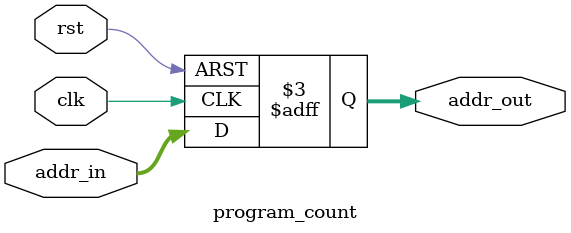
<source format=v>
module program_count(clk, rst, addr_in, addr_out);
	input clk, rst;
	input [31:0] addr_in;
	output reg [31:0] addr_out;

	always @(negedge rst or posedge clk) begin
		if (!rst) begin
			addr_out <= 0;
		end
		else begin
			addr_out <= addr_in;
		end
	end

endmodule

</source>
